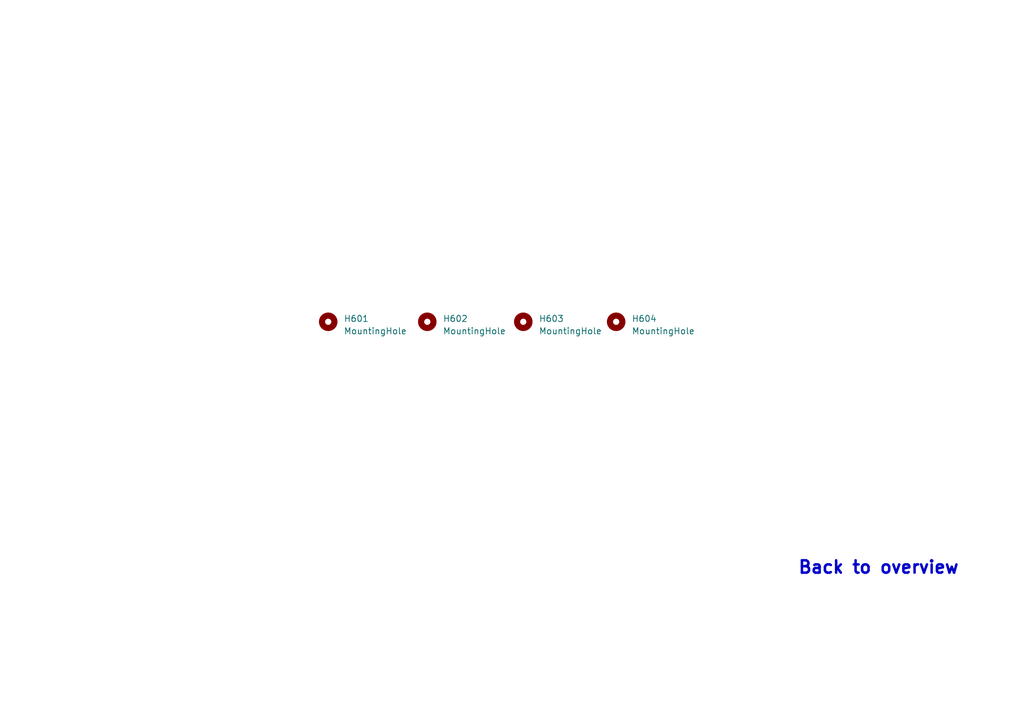
<source format=kicad_sch>
(kicad_sch (version 20230121) (generator eeschema)
  (paper "A5")
  (lib_symbols
    (symbol "Mechanical:MountingHole" (pin_names (offset 1.016))
      (property "Reference" "H" (at 0 5.08 0))
      (property "Value" "MountingHole" (at 0 3.175 0))
      (symbol "MountingHole_0_1"
        (circle (center 0 0) (radius 1.27) (stroke (width 1.27)))
      )
    )
  )
  (text "Back to overview" (at 196.85 118.11 0) (effects (font (size 2.54 2.54) (thickness 0.508) bold) (justify right bottom)))
  (symbol (lib_id "Mechanical:MountingHole") (at 126.365 66.04 0) (unit 1)
    (property "Reference" "H604" (at 129.54 65.405 0) (effects (justify left)))
    (property "Value" "MountingHole" (at 129.54 67.945 0) (effects (justify left)))
    (property "Footprint" "MountingHole:MountingHole_3.2mm_M3_Pad" (effects hide))
  )
  (symbol (lib_id "Mechanical:MountingHole") (at 87.63 66.04 0) (unit 1)
    (property "Reference" "H602" (at 90.805 65.405 0) (effects (justify left)))
    (property "Value" "MountingHole" (at 90.805 67.945 0) (effects (justify left)))
    (property "Footprint" "MountingHole:MountingHole_3.2mm_M3_Pad" (effects hide))
  )
  (symbol (lib_id "Mechanical:MountingHole") (at 67.31 66.04 0) (unit 1)
    (property "Reference" "H601" (at 70.485 65.405 0) (effects (justify left)))
    (property "Value" "MountingHole" (at 70.485 67.945 0) (effects (justify left)))
    (property "Footprint" "MountingHole:MountingHole_3.2mm_M3_Pad" (effects hide))
  )
  (symbol (lib_id "Mechanical:MountingHole") (at 107.315 66.04 0) (unit 1)
    (property "Reference" "H603" (at 110.49 65.405 0) (effects (justify left)))
    (property "Value" "MountingHole" (at 110.49 67.945 0) (effects (justify left)))
    (property "Footprint" "MountingHole:MountingHole_3.2mm_M3_Pad" (effects hide))
  )
)
</source>
